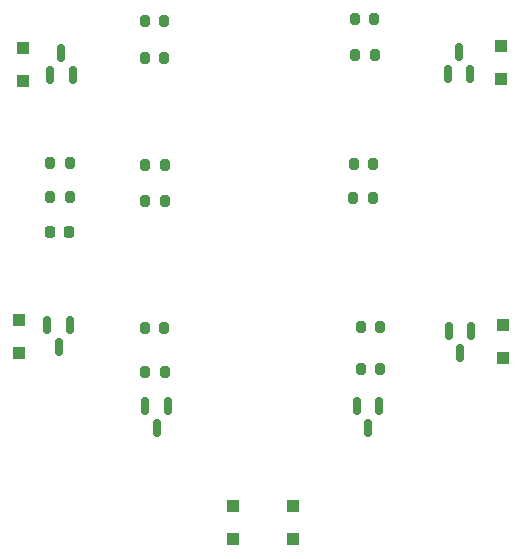
<source format=gbr>
%TF.GenerationSoftware,KiCad,Pcbnew,8.0.8-8.0.8-0~ubuntu24.04.1*%
%TF.CreationDate,2025-07-02T11:23:48+09:00*%
%TF.ProjectId,multicopter2,6d756c74-6963-46f7-9074-6572322e6b69,rev?*%
%TF.SameCoordinates,Original*%
%TF.FileFunction,Paste,Top*%
%TF.FilePolarity,Positive*%
%FSLAX46Y46*%
G04 Gerber Fmt 4.6, Leading zero omitted, Abs format (unit mm)*
G04 Created by KiCad (PCBNEW 8.0.8-8.0.8-0~ubuntu24.04.1) date 2025-07-02 11:23:48*
%MOMM*%
%LPD*%
G01*
G04 APERTURE LIST*
G04 Aperture macros list*
%AMRoundRect*
0 Rectangle with rounded corners*
0 $1 Rounding radius*
0 $2 $3 $4 $5 $6 $7 $8 $9 X,Y pos of 4 corners*
0 Add a 4 corners polygon primitive as box body*
4,1,4,$2,$3,$4,$5,$6,$7,$8,$9,$2,$3,0*
0 Add four circle primitives for the rounded corners*
1,1,$1+$1,$2,$3*
1,1,$1+$1,$4,$5*
1,1,$1+$1,$6,$7*
1,1,$1+$1,$8,$9*
0 Add four rect primitives between the rounded corners*
20,1,$1+$1,$2,$3,$4,$5,0*
20,1,$1+$1,$4,$5,$6,$7,0*
20,1,$1+$1,$6,$7,$8,$9,0*
20,1,$1+$1,$8,$9,$2,$3,0*%
G04 Aperture macros list end*
%ADD10RoundRect,0.150000X0.150000X-0.587500X0.150000X0.587500X-0.150000X0.587500X-0.150000X-0.587500X0*%
%ADD11RoundRect,0.200000X0.200000X0.275000X-0.200000X0.275000X-0.200000X-0.275000X0.200000X-0.275000X0*%
%ADD12RoundRect,0.150000X-0.150000X0.587500X-0.150000X-0.587500X0.150000X-0.587500X0.150000X0.587500X0*%
%ADD13RoundRect,0.200000X-0.200000X-0.275000X0.200000X-0.275000X0.200000X0.275000X-0.200000X0.275000X0*%
%ADD14RoundRect,0.250000X-0.300000X0.300000X-0.300000X-0.300000X0.300000X-0.300000X0.300000X0.300000X0*%
%ADD15RoundRect,0.250000X0.300000X-0.300000X0.300000X0.300000X-0.300000X0.300000X-0.300000X-0.300000X0*%
%ADD16RoundRect,0.218750X-0.218750X-0.256250X0.218750X-0.256250X0.218750X0.256250X-0.218750X0.256250X0*%
G04 APERTURE END LIST*
D10*
%TO.C,Q1*%
X115780000Y-89070000D03*
X117680000Y-89070000D03*
X116730000Y-87195000D03*
%TD*%
D11*
%TO.C,R1*%
X109560000Y-84410000D03*
X107910000Y-84410000D03*
%TD*%
%TO.C,R9*%
X91830000Y-96790000D03*
X90180000Y-96790000D03*
%TD*%
D12*
%TO.C,Q4*%
X92077500Y-117182500D03*
X90177500Y-117182500D03*
X91127500Y-119057500D03*
%TD*%
%TO.C,Q3*%
X109972500Y-117192500D03*
X108072500Y-117192500D03*
X109022500Y-119067500D03*
%TD*%
D11*
%TO.C,R6*%
X91765000Y-110570000D03*
X90115000Y-110570000D03*
%TD*%
D13*
%TO.C,R7*%
X108405000Y-114080000D03*
X110055000Y-114080000D03*
%TD*%
D11*
%TO.C,R4*%
X109435000Y-99560000D03*
X107785000Y-99560000D03*
%TD*%
D14*
%TO.C,D7*%
X79830000Y-86890000D03*
X79830000Y-89690000D03*
%TD*%
D10*
%TO.C,Q6*%
X82120000Y-89167500D03*
X84020000Y-89167500D03*
X83070000Y-87292500D03*
%TD*%
D15*
%TO.C,D6*%
X79470000Y-112670000D03*
X79470000Y-109870000D03*
%TD*%
D14*
%TO.C,D2*%
X120420000Y-110350000D03*
X120420000Y-113150000D03*
%TD*%
D11*
%TO.C,R10*%
X91780000Y-84610000D03*
X90130000Y-84610000D03*
%TD*%
%TO.C,R2*%
X109465000Y-96660000D03*
X107815000Y-96660000D03*
%TD*%
D13*
%TO.C,R3*%
X107960000Y-87430000D03*
X109610000Y-87430000D03*
%TD*%
D11*
%TO.C,R15*%
X83775000Y-96590000D03*
X82125000Y-96590000D03*
%TD*%
D16*
%TO.C,D5*%
X82132500Y-102490000D03*
X83707500Y-102490000D03*
%TD*%
D14*
%TO.C,D1*%
X120320000Y-86717500D03*
X120320000Y-89517500D03*
%TD*%
D15*
%TO.C,D4*%
X97590000Y-128430000D03*
X97590000Y-125630000D03*
%TD*%
D13*
%TO.C,R12*%
X90115000Y-87680000D03*
X91765000Y-87680000D03*
%TD*%
D12*
%TO.C,Q5*%
X83782500Y-110352500D03*
X81882500Y-110352500D03*
X82832500Y-112227500D03*
%TD*%
D11*
%TO.C,R22*%
X83775000Y-99520000D03*
X82125000Y-99520000D03*
%TD*%
%TO.C,R5*%
X110055000Y-110500000D03*
X108405000Y-110500000D03*
%TD*%
D12*
%TO.C,Q2*%
X117780000Y-110800000D03*
X115880000Y-110800000D03*
X116830000Y-112675000D03*
%TD*%
D15*
%TO.C,D3*%
X102690000Y-128457500D03*
X102690000Y-125657500D03*
%TD*%
D13*
%TO.C,R8*%
X90185000Y-114330000D03*
X91835000Y-114330000D03*
%TD*%
%TO.C,R11*%
X90160000Y-99840000D03*
X91810000Y-99840000D03*
%TD*%
M02*

</source>
